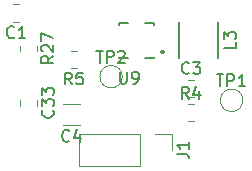
<source format=gbr>
%TF.GenerationSoftware,KiCad,Pcbnew,9.0.3*%
%TF.CreationDate,2025-09-25T19:21:43-04:00*%
%TF.ProjectId,buckboost,6275636b-626f-46f7-9374-2e6b69636164,rev?*%
%TF.SameCoordinates,Original*%
%TF.FileFunction,Legend,Top*%
%TF.FilePolarity,Positive*%
%FSLAX46Y46*%
G04 Gerber Fmt 4.6, Leading zero omitted, Abs format (unit mm)*
G04 Created by KiCad (PCBNEW 9.0.3) date 2025-09-25 19:21:43*
%MOMM*%
%LPD*%
G01*
G04 APERTURE LIST*
%ADD10C,0.150000*%
%ADD11C,0.120000*%
%ADD12C,0.127000*%
%ADD13C,0.300000*%
G04 APERTURE END LIST*
D10*
X125538095Y-74006819D02*
X126109523Y-74006819D01*
X125823809Y-75006819D02*
X125823809Y-74006819D01*
X126442857Y-75006819D02*
X126442857Y-74006819D01*
X126442857Y-74006819D02*
X126823809Y-74006819D01*
X126823809Y-74006819D02*
X126919047Y-74054438D01*
X126919047Y-74054438D02*
X126966666Y-74102057D01*
X126966666Y-74102057D02*
X127014285Y-74197295D01*
X127014285Y-74197295D02*
X127014285Y-74340152D01*
X127014285Y-74340152D02*
X126966666Y-74435390D01*
X126966666Y-74435390D02*
X126919047Y-74483009D01*
X126919047Y-74483009D02*
X126823809Y-74530628D01*
X126823809Y-74530628D02*
X126442857Y-74530628D01*
X127966666Y-75006819D02*
X127395238Y-75006819D01*
X127680952Y-75006819D02*
X127680952Y-74006819D01*
X127680952Y-74006819D02*
X127585714Y-74149676D01*
X127585714Y-74149676D02*
X127490476Y-74244914D01*
X127490476Y-74244914D02*
X127395238Y-74292533D01*
X115338095Y-72006819D02*
X115909523Y-72006819D01*
X115623809Y-73006819D02*
X115623809Y-72006819D01*
X116242857Y-73006819D02*
X116242857Y-72006819D01*
X116242857Y-72006819D02*
X116623809Y-72006819D01*
X116623809Y-72006819D02*
X116719047Y-72054438D01*
X116719047Y-72054438D02*
X116766666Y-72102057D01*
X116766666Y-72102057D02*
X116814285Y-72197295D01*
X116814285Y-72197295D02*
X116814285Y-72340152D01*
X116814285Y-72340152D02*
X116766666Y-72435390D01*
X116766666Y-72435390D02*
X116719047Y-72483009D01*
X116719047Y-72483009D02*
X116623809Y-72530628D01*
X116623809Y-72530628D02*
X116242857Y-72530628D01*
X117195238Y-72102057D02*
X117242857Y-72054438D01*
X117242857Y-72054438D02*
X117338095Y-72006819D01*
X117338095Y-72006819D02*
X117576190Y-72006819D01*
X117576190Y-72006819D02*
X117671428Y-72054438D01*
X117671428Y-72054438D02*
X117719047Y-72102057D01*
X117719047Y-72102057D02*
X117766666Y-72197295D01*
X117766666Y-72197295D02*
X117766666Y-72292533D01*
X117766666Y-72292533D02*
X117719047Y-72435390D01*
X117719047Y-72435390D02*
X117147619Y-73006819D01*
X117147619Y-73006819D02*
X117766666Y-73006819D01*
X127154819Y-71266666D02*
X127154819Y-71742856D01*
X127154819Y-71742856D02*
X126154819Y-71742856D01*
X126154819Y-71028570D02*
X126154819Y-70409523D01*
X126154819Y-70409523D02*
X126535771Y-70742856D01*
X126535771Y-70742856D02*
X126535771Y-70599999D01*
X126535771Y-70599999D02*
X126583390Y-70504761D01*
X126583390Y-70504761D02*
X126631009Y-70457142D01*
X126631009Y-70457142D02*
X126726247Y-70409523D01*
X126726247Y-70409523D02*
X126964342Y-70409523D01*
X126964342Y-70409523D02*
X127059580Y-70457142D01*
X127059580Y-70457142D02*
X127107200Y-70504761D01*
X127107200Y-70504761D02*
X127154819Y-70599999D01*
X127154819Y-70599999D02*
X127154819Y-70885713D01*
X127154819Y-70885713D02*
X127107200Y-70980951D01*
X127107200Y-70980951D02*
X127059580Y-71028570D01*
X111704819Y-72442857D02*
X111228628Y-72776190D01*
X111704819Y-73014285D02*
X110704819Y-73014285D01*
X110704819Y-73014285D02*
X110704819Y-72633333D01*
X110704819Y-72633333D02*
X110752438Y-72538095D01*
X110752438Y-72538095D02*
X110800057Y-72490476D01*
X110800057Y-72490476D02*
X110895295Y-72442857D01*
X110895295Y-72442857D02*
X111038152Y-72442857D01*
X111038152Y-72442857D02*
X111133390Y-72490476D01*
X111133390Y-72490476D02*
X111181009Y-72538095D01*
X111181009Y-72538095D02*
X111228628Y-72633333D01*
X111228628Y-72633333D02*
X111228628Y-73014285D01*
X110800057Y-72061904D02*
X110752438Y-72014285D01*
X110752438Y-72014285D02*
X110704819Y-71919047D01*
X110704819Y-71919047D02*
X110704819Y-71680952D01*
X110704819Y-71680952D02*
X110752438Y-71585714D01*
X110752438Y-71585714D02*
X110800057Y-71538095D01*
X110800057Y-71538095D02*
X110895295Y-71490476D01*
X110895295Y-71490476D02*
X110990533Y-71490476D01*
X110990533Y-71490476D02*
X111133390Y-71538095D01*
X111133390Y-71538095D02*
X111704819Y-72109523D01*
X111704819Y-72109523D02*
X111704819Y-71490476D01*
X110704819Y-71157142D02*
X110704819Y-70490476D01*
X110704819Y-70490476D02*
X111704819Y-70919047D01*
X117352005Y-73781875D02*
X117352005Y-74592030D01*
X117352005Y-74592030D02*
X117399662Y-74687342D01*
X117399662Y-74687342D02*
X117447318Y-74734999D01*
X117447318Y-74734999D02*
X117542630Y-74782655D01*
X117542630Y-74782655D02*
X117733255Y-74782655D01*
X117733255Y-74782655D02*
X117828567Y-74734999D01*
X117828567Y-74734999D02*
X117876224Y-74687342D01*
X117876224Y-74687342D02*
X117923880Y-74592030D01*
X117923880Y-74592030D02*
X117923880Y-73781875D01*
X118448098Y-74782655D02*
X118638722Y-74782655D01*
X118638722Y-74782655D02*
X118734035Y-74734999D01*
X118734035Y-74734999D02*
X118781691Y-74687342D01*
X118781691Y-74687342D02*
X118877003Y-74544374D01*
X118877003Y-74544374D02*
X118924660Y-74353749D01*
X118924660Y-74353749D02*
X118924660Y-73972499D01*
X118924660Y-73972499D02*
X118877003Y-73877187D01*
X118877003Y-73877187D02*
X118829347Y-73829531D01*
X118829347Y-73829531D02*
X118734035Y-73781875D01*
X118734035Y-73781875D02*
X118543410Y-73781875D01*
X118543410Y-73781875D02*
X118448098Y-73829531D01*
X118448098Y-73829531D02*
X118400441Y-73877187D01*
X118400441Y-73877187D02*
X118352785Y-73972499D01*
X118352785Y-73972499D02*
X118352785Y-74210780D01*
X118352785Y-74210780D02*
X118400441Y-74306093D01*
X118400441Y-74306093D02*
X118448098Y-74353749D01*
X118448098Y-74353749D02*
X118543410Y-74401405D01*
X118543410Y-74401405D02*
X118734035Y-74401405D01*
X118734035Y-74401405D02*
X118829347Y-74353749D01*
X118829347Y-74353749D02*
X118877003Y-74306093D01*
X118877003Y-74306093D02*
X118924660Y-74210780D01*
X113283333Y-74854819D02*
X112950000Y-74378628D01*
X112711905Y-74854819D02*
X112711905Y-73854819D01*
X112711905Y-73854819D02*
X113092857Y-73854819D01*
X113092857Y-73854819D02*
X113188095Y-73902438D01*
X113188095Y-73902438D02*
X113235714Y-73950057D01*
X113235714Y-73950057D02*
X113283333Y-74045295D01*
X113283333Y-74045295D02*
X113283333Y-74188152D01*
X113283333Y-74188152D02*
X113235714Y-74283390D01*
X113235714Y-74283390D02*
X113188095Y-74331009D01*
X113188095Y-74331009D02*
X113092857Y-74378628D01*
X113092857Y-74378628D02*
X112711905Y-74378628D01*
X114188095Y-73854819D02*
X113711905Y-73854819D01*
X113711905Y-73854819D02*
X113664286Y-74331009D01*
X113664286Y-74331009D02*
X113711905Y-74283390D01*
X113711905Y-74283390D02*
X113807143Y-74235771D01*
X113807143Y-74235771D02*
X114045238Y-74235771D01*
X114045238Y-74235771D02*
X114140476Y-74283390D01*
X114140476Y-74283390D02*
X114188095Y-74331009D01*
X114188095Y-74331009D02*
X114235714Y-74426247D01*
X114235714Y-74426247D02*
X114235714Y-74664342D01*
X114235714Y-74664342D02*
X114188095Y-74759580D01*
X114188095Y-74759580D02*
X114140476Y-74807200D01*
X114140476Y-74807200D02*
X114045238Y-74854819D01*
X114045238Y-74854819D02*
X113807143Y-74854819D01*
X113807143Y-74854819D02*
X113711905Y-74807200D01*
X113711905Y-74807200D02*
X113664286Y-74759580D01*
X111639580Y-77042857D02*
X111687200Y-77090476D01*
X111687200Y-77090476D02*
X111734819Y-77233333D01*
X111734819Y-77233333D02*
X111734819Y-77328571D01*
X111734819Y-77328571D02*
X111687200Y-77471428D01*
X111687200Y-77471428D02*
X111591961Y-77566666D01*
X111591961Y-77566666D02*
X111496723Y-77614285D01*
X111496723Y-77614285D02*
X111306247Y-77661904D01*
X111306247Y-77661904D02*
X111163390Y-77661904D01*
X111163390Y-77661904D02*
X110972914Y-77614285D01*
X110972914Y-77614285D02*
X110877676Y-77566666D01*
X110877676Y-77566666D02*
X110782438Y-77471428D01*
X110782438Y-77471428D02*
X110734819Y-77328571D01*
X110734819Y-77328571D02*
X110734819Y-77233333D01*
X110734819Y-77233333D02*
X110782438Y-77090476D01*
X110782438Y-77090476D02*
X110830057Y-77042857D01*
X110734819Y-76709523D02*
X110734819Y-76090476D01*
X110734819Y-76090476D02*
X111115771Y-76423809D01*
X111115771Y-76423809D02*
X111115771Y-76280952D01*
X111115771Y-76280952D02*
X111163390Y-76185714D01*
X111163390Y-76185714D02*
X111211009Y-76138095D01*
X111211009Y-76138095D02*
X111306247Y-76090476D01*
X111306247Y-76090476D02*
X111544342Y-76090476D01*
X111544342Y-76090476D02*
X111639580Y-76138095D01*
X111639580Y-76138095D02*
X111687200Y-76185714D01*
X111687200Y-76185714D02*
X111734819Y-76280952D01*
X111734819Y-76280952D02*
X111734819Y-76566666D01*
X111734819Y-76566666D02*
X111687200Y-76661904D01*
X111687200Y-76661904D02*
X111639580Y-76709523D01*
X110734819Y-75757142D02*
X110734819Y-75138095D01*
X110734819Y-75138095D02*
X111115771Y-75471428D01*
X111115771Y-75471428D02*
X111115771Y-75328571D01*
X111115771Y-75328571D02*
X111163390Y-75233333D01*
X111163390Y-75233333D02*
X111211009Y-75185714D01*
X111211009Y-75185714D02*
X111306247Y-75138095D01*
X111306247Y-75138095D02*
X111544342Y-75138095D01*
X111544342Y-75138095D02*
X111639580Y-75185714D01*
X111639580Y-75185714D02*
X111687200Y-75233333D01*
X111687200Y-75233333D02*
X111734819Y-75328571D01*
X111734819Y-75328571D02*
X111734819Y-75614285D01*
X111734819Y-75614285D02*
X111687200Y-75709523D01*
X111687200Y-75709523D02*
X111639580Y-75757142D01*
X113070833Y-79609580D02*
X113023214Y-79657200D01*
X113023214Y-79657200D02*
X112880357Y-79704819D01*
X112880357Y-79704819D02*
X112785119Y-79704819D01*
X112785119Y-79704819D02*
X112642262Y-79657200D01*
X112642262Y-79657200D02*
X112547024Y-79561961D01*
X112547024Y-79561961D02*
X112499405Y-79466723D01*
X112499405Y-79466723D02*
X112451786Y-79276247D01*
X112451786Y-79276247D02*
X112451786Y-79133390D01*
X112451786Y-79133390D02*
X112499405Y-78942914D01*
X112499405Y-78942914D02*
X112547024Y-78847676D01*
X112547024Y-78847676D02*
X112642262Y-78752438D01*
X112642262Y-78752438D02*
X112785119Y-78704819D01*
X112785119Y-78704819D02*
X112880357Y-78704819D01*
X112880357Y-78704819D02*
X113023214Y-78752438D01*
X113023214Y-78752438D02*
X113070833Y-78800057D01*
X113927976Y-79038152D02*
X113927976Y-79704819D01*
X113689881Y-78657200D02*
X113451786Y-79371485D01*
X113451786Y-79371485D02*
X114070833Y-79371485D01*
X123183333Y-76054819D02*
X122850000Y-75578628D01*
X122611905Y-76054819D02*
X122611905Y-75054819D01*
X122611905Y-75054819D02*
X122992857Y-75054819D01*
X122992857Y-75054819D02*
X123088095Y-75102438D01*
X123088095Y-75102438D02*
X123135714Y-75150057D01*
X123135714Y-75150057D02*
X123183333Y-75245295D01*
X123183333Y-75245295D02*
X123183333Y-75388152D01*
X123183333Y-75388152D02*
X123135714Y-75483390D01*
X123135714Y-75483390D02*
X123088095Y-75531009D01*
X123088095Y-75531009D02*
X122992857Y-75578628D01*
X122992857Y-75578628D02*
X122611905Y-75578628D01*
X124040476Y-75388152D02*
X124040476Y-76054819D01*
X123802381Y-75007200D02*
X123564286Y-75721485D01*
X123564286Y-75721485D02*
X124183333Y-75721485D01*
X123195833Y-73879580D02*
X123148214Y-73927200D01*
X123148214Y-73927200D02*
X123005357Y-73974819D01*
X123005357Y-73974819D02*
X122910119Y-73974819D01*
X122910119Y-73974819D02*
X122767262Y-73927200D01*
X122767262Y-73927200D02*
X122672024Y-73831961D01*
X122672024Y-73831961D02*
X122624405Y-73736723D01*
X122624405Y-73736723D02*
X122576786Y-73546247D01*
X122576786Y-73546247D02*
X122576786Y-73403390D01*
X122576786Y-73403390D02*
X122624405Y-73212914D01*
X122624405Y-73212914D02*
X122672024Y-73117676D01*
X122672024Y-73117676D02*
X122767262Y-73022438D01*
X122767262Y-73022438D02*
X122910119Y-72974819D01*
X122910119Y-72974819D02*
X123005357Y-72974819D01*
X123005357Y-72974819D02*
X123148214Y-73022438D01*
X123148214Y-73022438D02*
X123195833Y-73070057D01*
X123529167Y-72974819D02*
X124148214Y-72974819D01*
X124148214Y-72974819D02*
X123814881Y-73355771D01*
X123814881Y-73355771D02*
X123957738Y-73355771D01*
X123957738Y-73355771D02*
X124052976Y-73403390D01*
X124052976Y-73403390D02*
X124100595Y-73451009D01*
X124100595Y-73451009D02*
X124148214Y-73546247D01*
X124148214Y-73546247D02*
X124148214Y-73784342D01*
X124148214Y-73784342D02*
X124100595Y-73879580D01*
X124100595Y-73879580D02*
X124052976Y-73927200D01*
X124052976Y-73927200D02*
X123957738Y-73974819D01*
X123957738Y-73974819D02*
X123672024Y-73974819D01*
X123672024Y-73974819D02*
X123576786Y-73927200D01*
X123576786Y-73927200D02*
X123529167Y-73879580D01*
X108395833Y-70839580D02*
X108348214Y-70887200D01*
X108348214Y-70887200D02*
X108205357Y-70934819D01*
X108205357Y-70934819D02*
X108110119Y-70934819D01*
X108110119Y-70934819D02*
X107967262Y-70887200D01*
X107967262Y-70887200D02*
X107872024Y-70791961D01*
X107872024Y-70791961D02*
X107824405Y-70696723D01*
X107824405Y-70696723D02*
X107776786Y-70506247D01*
X107776786Y-70506247D02*
X107776786Y-70363390D01*
X107776786Y-70363390D02*
X107824405Y-70172914D01*
X107824405Y-70172914D02*
X107872024Y-70077676D01*
X107872024Y-70077676D02*
X107967262Y-69982438D01*
X107967262Y-69982438D02*
X108110119Y-69934819D01*
X108110119Y-69934819D02*
X108205357Y-69934819D01*
X108205357Y-69934819D02*
X108348214Y-69982438D01*
X108348214Y-69982438D02*
X108395833Y-70030057D01*
X109348214Y-70934819D02*
X108776786Y-70934819D01*
X109062500Y-70934819D02*
X109062500Y-69934819D01*
X109062500Y-69934819D02*
X108967262Y-70077676D01*
X108967262Y-70077676D02*
X108872024Y-70172914D01*
X108872024Y-70172914D02*
X108776786Y-70220533D01*
X122174819Y-80733333D02*
X122889104Y-80733333D01*
X122889104Y-80733333D02*
X123031961Y-80780952D01*
X123031961Y-80780952D02*
X123127200Y-80876190D01*
X123127200Y-80876190D02*
X123174819Y-81019047D01*
X123174819Y-81019047D02*
X123174819Y-81114285D01*
X123174819Y-79733333D02*
X123174819Y-80304761D01*
X123174819Y-80019047D02*
X122174819Y-80019047D01*
X122174819Y-80019047D02*
X122317676Y-80114285D01*
X122317676Y-80114285D02*
X122412914Y-80209523D01*
X122412914Y-80209523D02*
X122460533Y-80304761D01*
D11*
%TO.C,TP1*%
X127750000Y-76200000D02*
G75*
G02*
X125850000Y-76200000I-950000J0D01*
G01*
X125850000Y-76200000D02*
G75*
G02*
X127750000Y-76200000I950000J0D01*
G01*
%TO.C,TP2*%
X117550000Y-74200000D02*
G75*
G02*
X115650000Y-74200000I-950000J0D01*
G01*
X115650000Y-74200000D02*
G75*
G02*
X117550000Y-74200000I950000J0D01*
G01*
D12*
%TO.C,L3*%
X122330000Y-72600000D02*
X122330000Y-69600000D01*
X125670000Y-72600000D02*
X125670000Y-69600000D01*
D11*
%TO.C,R27*%
X108865000Y-71572936D02*
X108865000Y-72027064D01*
X110335000Y-71572936D02*
X110335000Y-72027064D01*
D12*
%TO.C,U9*%
X117250000Y-69650000D02*
X117250000Y-69800000D01*
X117250000Y-72650000D02*
X117250000Y-72500000D01*
X118050000Y-69650000D02*
X117250000Y-69650000D01*
X118050000Y-72650000D02*
X117250000Y-72650000D01*
X119450000Y-69650000D02*
X120250000Y-69650000D01*
X119450000Y-72650000D02*
X120250000Y-72650000D01*
X120250000Y-69650000D02*
X120250000Y-69800000D01*
X120250000Y-72650000D02*
X120250000Y-72500000D01*
D13*
X121000000Y-72100000D02*
G75*
G02*
X120900000Y-72100000I-50000J0D01*
G01*
X120900000Y-72100000D02*
G75*
G02*
X121000000Y-72100000I50000J0D01*
G01*
D11*
%TO.C,R5*%
X113677064Y-72015000D02*
X113222936Y-72015000D01*
X113677064Y-73485000D02*
X113222936Y-73485000D01*
%TO.C,C33*%
X108865000Y-76138748D02*
X108865000Y-76661252D01*
X110335000Y-76138748D02*
X110335000Y-76661252D01*
%TO.C,C4*%
X113948752Y-76490000D02*
X112526248Y-76490000D01*
X113948752Y-78310000D02*
X112526248Y-78310000D01*
%TO.C,R4*%
X123122936Y-76515000D02*
X123577064Y-76515000D01*
X123122936Y-77985000D02*
X123577064Y-77985000D01*
%TO.C,C3*%
X123101248Y-74465000D02*
X123623752Y-74465000D01*
X123101248Y-75935000D02*
X123623752Y-75935000D01*
%TO.C,C1*%
X108823752Y-68065000D02*
X108301248Y-68065000D01*
X108823752Y-69535000D02*
X108301248Y-69535000D01*
%TO.C,J1*%
X113880000Y-79020000D02*
X113880000Y-81780000D01*
X119070000Y-79020000D02*
X113880000Y-79020000D01*
X119070000Y-79020000D02*
X119070000Y-81780000D01*
X119070000Y-81780000D02*
X113880000Y-81780000D01*
X120340000Y-79020000D02*
X121720000Y-79020000D01*
X121720000Y-79020000D02*
X121720000Y-80400000D01*
%TD*%
M02*

</source>
